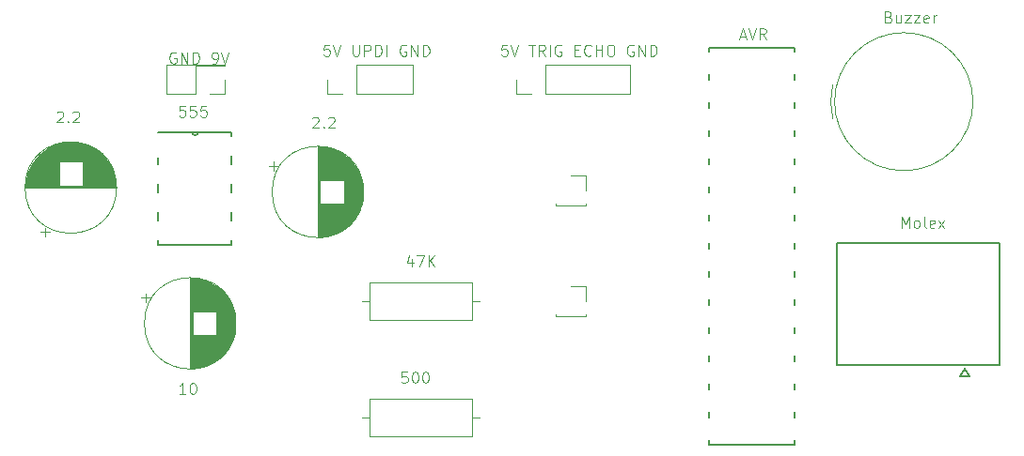
<source format=gbr>
%TF.GenerationSoftware,KiCad,Pcbnew,8.0.8*%
%TF.CreationDate,2025-02-26T21:24:02-07:00*%
%TF.ProjectId,Metal Detector,4d657461-6c20-4446-9574-6563746f722e,rev?*%
%TF.SameCoordinates,Original*%
%TF.FileFunction,Legend,Top*%
%TF.FilePolarity,Positive*%
%FSLAX46Y46*%
G04 Gerber Fmt 4.6, Leading zero omitted, Abs format (unit mm)*
G04 Created by KiCad (PCBNEW 8.0.8) date 2025-02-26 21:24:02*
%MOMM*%
%LPD*%
G01*
G04 APERTURE LIST*
%ADD10C,0.100000*%
%ADD11C,0.152400*%
%ADD12C,0.120000*%
%ADD13C,0.127000*%
G04 APERTURE END LIST*
D10*
X67780074Y-30872419D02*
X67303884Y-30872419D01*
X67303884Y-30872419D02*
X67256265Y-31348609D01*
X67256265Y-31348609D02*
X67303884Y-31300990D01*
X67303884Y-31300990D02*
X67399122Y-31253371D01*
X67399122Y-31253371D02*
X67637217Y-31253371D01*
X67637217Y-31253371D02*
X67732455Y-31300990D01*
X67732455Y-31300990D02*
X67780074Y-31348609D01*
X67780074Y-31348609D02*
X67827693Y-31443847D01*
X67827693Y-31443847D02*
X67827693Y-31681942D01*
X67827693Y-31681942D02*
X67780074Y-31777180D01*
X67780074Y-31777180D02*
X67732455Y-31824800D01*
X67732455Y-31824800D02*
X67637217Y-31872419D01*
X67637217Y-31872419D02*
X67399122Y-31872419D01*
X67399122Y-31872419D02*
X67303884Y-31824800D01*
X67303884Y-31824800D02*
X67256265Y-31777180D01*
X68732455Y-30872419D02*
X68256265Y-30872419D01*
X68256265Y-30872419D02*
X68208646Y-31348609D01*
X68208646Y-31348609D02*
X68256265Y-31300990D01*
X68256265Y-31300990D02*
X68351503Y-31253371D01*
X68351503Y-31253371D02*
X68589598Y-31253371D01*
X68589598Y-31253371D02*
X68684836Y-31300990D01*
X68684836Y-31300990D02*
X68732455Y-31348609D01*
X68732455Y-31348609D02*
X68780074Y-31443847D01*
X68780074Y-31443847D02*
X68780074Y-31681942D01*
X68780074Y-31681942D02*
X68732455Y-31777180D01*
X68732455Y-31777180D02*
X68684836Y-31824800D01*
X68684836Y-31824800D02*
X68589598Y-31872419D01*
X68589598Y-31872419D02*
X68351503Y-31872419D01*
X68351503Y-31872419D02*
X68256265Y-31824800D01*
X68256265Y-31824800D02*
X68208646Y-31777180D01*
X69684836Y-30872419D02*
X69208646Y-30872419D01*
X69208646Y-30872419D02*
X69161027Y-31348609D01*
X69161027Y-31348609D02*
X69208646Y-31300990D01*
X69208646Y-31300990D02*
X69303884Y-31253371D01*
X69303884Y-31253371D02*
X69541979Y-31253371D01*
X69541979Y-31253371D02*
X69637217Y-31300990D01*
X69637217Y-31300990D02*
X69684836Y-31348609D01*
X69684836Y-31348609D02*
X69732455Y-31443847D01*
X69732455Y-31443847D02*
X69732455Y-31681942D01*
X69732455Y-31681942D02*
X69684836Y-31777180D01*
X69684836Y-31777180D02*
X69637217Y-31824800D01*
X69637217Y-31824800D02*
X69541979Y-31872419D01*
X69541979Y-31872419D02*
X69303884Y-31872419D01*
X69303884Y-31872419D02*
X69208646Y-31824800D01*
X69208646Y-31824800D02*
X69161027Y-31777180D01*
X67827693Y-56872419D02*
X67256265Y-56872419D01*
X67541979Y-56872419D02*
X67541979Y-55872419D01*
X67541979Y-55872419D02*
X67446741Y-56015276D01*
X67446741Y-56015276D02*
X67351503Y-56110514D01*
X67351503Y-56110514D02*
X67256265Y-56158133D01*
X68446741Y-55872419D02*
X68541979Y-55872419D01*
X68541979Y-55872419D02*
X68637217Y-55920038D01*
X68637217Y-55920038D02*
X68684836Y-55967657D01*
X68684836Y-55967657D02*
X68732455Y-56062895D01*
X68732455Y-56062895D02*
X68780074Y-56253371D01*
X68780074Y-56253371D02*
X68780074Y-56491466D01*
X68780074Y-56491466D02*
X68732455Y-56681942D01*
X68732455Y-56681942D02*
X68684836Y-56777180D01*
X68684836Y-56777180D02*
X68637217Y-56824800D01*
X68637217Y-56824800D02*
X68541979Y-56872419D01*
X68541979Y-56872419D02*
X68446741Y-56872419D01*
X68446741Y-56872419D02*
X68351503Y-56824800D01*
X68351503Y-56824800D02*
X68303884Y-56777180D01*
X68303884Y-56777180D02*
X68256265Y-56681942D01*
X68256265Y-56681942D02*
X68208646Y-56491466D01*
X68208646Y-56491466D02*
X68208646Y-56253371D01*
X68208646Y-56253371D02*
X68256265Y-56062895D01*
X68256265Y-56062895D02*
X68303884Y-55967657D01*
X68303884Y-55967657D02*
X68351503Y-55920038D01*
X68351503Y-55920038D02*
X68446741Y-55872419D01*
X79256265Y-31967657D02*
X79303884Y-31920038D01*
X79303884Y-31920038D02*
X79399122Y-31872419D01*
X79399122Y-31872419D02*
X79637217Y-31872419D01*
X79637217Y-31872419D02*
X79732455Y-31920038D01*
X79732455Y-31920038D02*
X79780074Y-31967657D01*
X79780074Y-31967657D02*
X79827693Y-32062895D01*
X79827693Y-32062895D02*
X79827693Y-32158133D01*
X79827693Y-32158133D02*
X79780074Y-32300990D01*
X79780074Y-32300990D02*
X79208646Y-32872419D01*
X79208646Y-32872419D02*
X79827693Y-32872419D01*
X80256265Y-32777180D02*
X80303884Y-32824800D01*
X80303884Y-32824800D02*
X80256265Y-32872419D01*
X80256265Y-32872419D02*
X80208646Y-32824800D01*
X80208646Y-32824800D02*
X80256265Y-32777180D01*
X80256265Y-32777180D02*
X80256265Y-32872419D01*
X80684836Y-31967657D02*
X80732455Y-31920038D01*
X80732455Y-31920038D02*
X80827693Y-31872419D01*
X80827693Y-31872419D02*
X81065788Y-31872419D01*
X81065788Y-31872419D02*
X81161026Y-31920038D01*
X81161026Y-31920038D02*
X81208645Y-31967657D01*
X81208645Y-31967657D02*
X81256264Y-32062895D01*
X81256264Y-32062895D02*
X81256264Y-32158133D01*
X81256264Y-32158133D02*
X81208645Y-32300990D01*
X81208645Y-32300990D02*
X80637217Y-32872419D01*
X80637217Y-32872419D02*
X81256264Y-32872419D01*
X56256265Y-31467657D02*
X56303884Y-31420038D01*
X56303884Y-31420038D02*
X56399122Y-31372419D01*
X56399122Y-31372419D02*
X56637217Y-31372419D01*
X56637217Y-31372419D02*
X56732455Y-31420038D01*
X56732455Y-31420038D02*
X56780074Y-31467657D01*
X56780074Y-31467657D02*
X56827693Y-31562895D01*
X56827693Y-31562895D02*
X56827693Y-31658133D01*
X56827693Y-31658133D02*
X56780074Y-31800990D01*
X56780074Y-31800990D02*
X56208646Y-32372419D01*
X56208646Y-32372419D02*
X56827693Y-32372419D01*
X57256265Y-32277180D02*
X57303884Y-32324800D01*
X57303884Y-32324800D02*
X57256265Y-32372419D01*
X57256265Y-32372419D02*
X57208646Y-32324800D01*
X57208646Y-32324800D02*
X57256265Y-32277180D01*
X57256265Y-32277180D02*
X57256265Y-32372419D01*
X57684836Y-31467657D02*
X57732455Y-31420038D01*
X57732455Y-31420038D02*
X57827693Y-31372419D01*
X57827693Y-31372419D02*
X58065788Y-31372419D01*
X58065788Y-31372419D02*
X58161026Y-31420038D01*
X58161026Y-31420038D02*
X58208645Y-31467657D01*
X58208645Y-31467657D02*
X58256264Y-31562895D01*
X58256264Y-31562895D02*
X58256264Y-31658133D01*
X58256264Y-31658133D02*
X58208645Y-31800990D01*
X58208645Y-31800990D02*
X57637217Y-32372419D01*
X57637217Y-32372419D02*
X58256264Y-32372419D01*
X87780074Y-54872419D02*
X87303884Y-54872419D01*
X87303884Y-54872419D02*
X87256265Y-55348609D01*
X87256265Y-55348609D02*
X87303884Y-55300990D01*
X87303884Y-55300990D02*
X87399122Y-55253371D01*
X87399122Y-55253371D02*
X87637217Y-55253371D01*
X87637217Y-55253371D02*
X87732455Y-55300990D01*
X87732455Y-55300990D02*
X87780074Y-55348609D01*
X87780074Y-55348609D02*
X87827693Y-55443847D01*
X87827693Y-55443847D02*
X87827693Y-55681942D01*
X87827693Y-55681942D02*
X87780074Y-55777180D01*
X87780074Y-55777180D02*
X87732455Y-55824800D01*
X87732455Y-55824800D02*
X87637217Y-55872419D01*
X87637217Y-55872419D02*
X87399122Y-55872419D01*
X87399122Y-55872419D02*
X87303884Y-55824800D01*
X87303884Y-55824800D02*
X87256265Y-55777180D01*
X88446741Y-54872419D02*
X88541979Y-54872419D01*
X88541979Y-54872419D02*
X88637217Y-54920038D01*
X88637217Y-54920038D02*
X88684836Y-54967657D01*
X88684836Y-54967657D02*
X88732455Y-55062895D01*
X88732455Y-55062895D02*
X88780074Y-55253371D01*
X88780074Y-55253371D02*
X88780074Y-55491466D01*
X88780074Y-55491466D02*
X88732455Y-55681942D01*
X88732455Y-55681942D02*
X88684836Y-55777180D01*
X88684836Y-55777180D02*
X88637217Y-55824800D01*
X88637217Y-55824800D02*
X88541979Y-55872419D01*
X88541979Y-55872419D02*
X88446741Y-55872419D01*
X88446741Y-55872419D02*
X88351503Y-55824800D01*
X88351503Y-55824800D02*
X88303884Y-55777180D01*
X88303884Y-55777180D02*
X88256265Y-55681942D01*
X88256265Y-55681942D02*
X88208646Y-55491466D01*
X88208646Y-55491466D02*
X88208646Y-55253371D01*
X88208646Y-55253371D02*
X88256265Y-55062895D01*
X88256265Y-55062895D02*
X88303884Y-54967657D01*
X88303884Y-54967657D02*
X88351503Y-54920038D01*
X88351503Y-54920038D02*
X88446741Y-54872419D01*
X89399122Y-54872419D02*
X89494360Y-54872419D01*
X89494360Y-54872419D02*
X89589598Y-54920038D01*
X89589598Y-54920038D02*
X89637217Y-54967657D01*
X89637217Y-54967657D02*
X89684836Y-55062895D01*
X89684836Y-55062895D02*
X89732455Y-55253371D01*
X89732455Y-55253371D02*
X89732455Y-55491466D01*
X89732455Y-55491466D02*
X89684836Y-55681942D01*
X89684836Y-55681942D02*
X89637217Y-55777180D01*
X89637217Y-55777180D02*
X89589598Y-55824800D01*
X89589598Y-55824800D02*
X89494360Y-55872419D01*
X89494360Y-55872419D02*
X89399122Y-55872419D01*
X89399122Y-55872419D02*
X89303884Y-55824800D01*
X89303884Y-55824800D02*
X89256265Y-55777180D01*
X89256265Y-55777180D02*
X89208646Y-55681942D01*
X89208646Y-55681942D02*
X89161027Y-55491466D01*
X89161027Y-55491466D02*
X89161027Y-55253371D01*
X89161027Y-55253371D02*
X89208646Y-55062895D01*
X89208646Y-55062895D02*
X89256265Y-54967657D01*
X89256265Y-54967657D02*
X89303884Y-54920038D01*
X89303884Y-54920038D02*
X89399122Y-54872419D01*
X88232455Y-44705752D02*
X88232455Y-45372419D01*
X87994360Y-44324800D02*
X87756265Y-45039085D01*
X87756265Y-45039085D02*
X88375312Y-45039085D01*
X88661027Y-44372419D02*
X89327693Y-44372419D01*
X89327693Y-44372419D02*
X88899122Y-45372419D01*
X89708646Y-45372419D02*
X89708646Y-44372419D01*
X90280074Y-45372419D02*
X89851503Y-44800990D01*
X90280074Y-44372419D02*
X89708646Y-44943847D01*
X80780074Y-25372419D02*
X80303884Y-25372419D01*
X80303884Y-25372419D02*
X80256265Y-25848609D01*
X80256265Y-25848609D02*
X80303884Y-25800990D01*
X80303884Y-25800990D02*
X80399122Y-25753371D01*
X80399122Y-25753371D02*
X80637217Y-25753371D01*
X80637217Y-25753371D02*
X80732455Y-25800990D01*
X80732455Y-25800990D02*
X80780074Y-25848609D01*
X80780074Y-25848609D02*
X80827693Y-25943847D01*
X80827693Y-25943847D02*
X80827693Y-26181942D01*
X80827693Y-26181942D02*
X80780074Y-26277180D01*
X80780074Y-26277180D02*
X80732455Y-26324800D01*
X80732455Y-26324800D02*
X80637217Y-26372419D01*
X80637217Y-26372419D02*
X80399122Y-26372419D01*
X80399122Y-26372419D02*
X80303884Y-26324800D01*
X80303884Y-26324800D02*
X80256265Y-26277180D01*
X81113408Y-25372419D02*
X81446741Y-26372419D01*
X81446741Y-26372419D02*
X81780074Y-25372419D01*
X82875313Y-25372419D02*
X82875313Y-26181942D01*
X82875313Y-26181942D02*
X82922932Y-26277180D01*
X82922932Y-26277180D02*
X82970551Y-26324800D01*
X82970551Y-26324800D02*
X83065789Y-26372419D01*
X83065789Y-26372419D02*
X83256265Y-26372419D01*
X83256265Y-26372419D02*
X83351503Y-26324800D01*
X83351503Y-26324800D02*
X83399122Y-26277180D01*
X83399122Y-26277180D02*
X83446741Y-26181942D01*
X83446741Y-26181942D02*
X83446741Y-25372419D01*
X83922932Y-26372419D02*
X83922932Y-25372419D01*
X83922932Y-25372419D02*
X84303884Y-25372419D01*
X84303884Y-25372419D02*
X84399122Y-25420038D01*
X84399122Y-25420038D02*
X84446741Y-25467657D01*
X84446741Y-25467657D02*
X84494360Y-25562895D01*
X84494360Y-25562895D02*
X84494360Y-25705752D01*
X84494360Y-25705752D02*
X84446741Y-25800990D01*
X84446741Y-25800990D02*
X84399122Y-25848609D01*
X84399122Y-25848609D02*
X84303884Y-25896228D01*
X84303884Y-25896228D02*
X83922932Y-25896228D01*
X84922932Y-26372419D02*
X84922932Y-25372419D01*
X84922932Y-25372419D02*
X85161027Y-25372419D01*
X85161027Y-25372419D02*
X85303884Y-25420038D01*
X85303884Y-25420038D02*
X85399122Y-25515276D01*
X85399122Y-25515276D02*
X85446741Y-25610514D01*
X85446741Y-25610514D02*
X85494360Y-25800990D01*
X85494360Y-25800990D02*
X85494360Y-25943847D01*
X85494360Y-25943847D02*
X85446741Y-26134323D01*
X85446741Y-26134323D02*
X85399122Y-26229561D01*
X85399122Y-26229561D02*
X85303884Y-26324800D01*
X85303884Y-26324800D02*
X85161027Y-26372419D01*
X85161027Y-26372419D02*
X84922932Y-26372419D01*
X85922932Y-26372419D02*
X85922932Y-25372419D01*
X87684836Y-25420038D02*
X87589598Y-25372419D01*
X87589598Y-25372419D02*
X87446741Y-25372419D01*
X87446741Y-25372419D02*
X87303884Y-25420038D01*
X87303884Y-25420038D02*
X87208646Y-25515276D01*
X87208646Y-25515276D02*
X87161027Y-25610514D01*
X87161027Y-25610514D02*
X87113408Y-25800990D01*
X87113408Y-25800990D02*
X87113408Y-25943847D01*
X87113408Y-25943847D02*
X87161027Y-26134323D01*
X87161027Y-26134323D02*
X87208646Y-26229561D01*
X87208646Y-26229561D02*
X87303884Y-26324800D01*
X87303884Y-26324800D02*
X87446741Y-26372419D01*
X87446741Y-26372419D02*
X87541979Y-26372419D01*
X87541979Y-26372419D02*
X87684836Y-26324800D01*
X87684836Y-26324800D02*
X87732455Y-26277180D01*
X87732455Y-26277180D02*
X87732455Y-25943847D01*
X87732455Y-25943847D02*
X87541979Y-25943847D01*
X88161027Y-26372419D02*
X88161027Y-25372419D01*
X88161027Y-25372419D02*
X88732455Y-26372419D01*
X88732455Y-26372419D02*
X88732455Y-25372419D01*
X89208646Y-26372419D02*
X89208646Y-25372419D01*
X89208646Y-25372419D02*
X89446741Y-25372419D01*
X89446741Y-25372419D02*
X89589598Y-25420038D01*
X89589598Y-25420038D02*
X89684836Y-25515276D01*
X89684836Y-25515276D02*
X89732455Y-25610514D01*
X89732455Y-25610514D02*
X89780074Y-25800990D01*
X89780074Y-25800990D02*
X89780074Y-25943847D01*
X89780074Y-25943847D02*
X89732455Y-26134323D01*
X89732455Y-26134323D02*
X89684836Y-26229561D01*
X89684836Y-26229561D02*
X89589598Y-26324800D01*
X89589598Y-26324800D02*
X89446741Y-26372419D01*
X89446741Y-26372419D02*
X89208646Y-26372419D01*
X132303884Y-41872419D02*
X132303884Y-40872419D01*
X132303884Y-40872419D02*
X132637217Y-41586704D01*
X132637217Y-41586704D02*
X132970550Y-40872419D01*
X132970550Y-40872419D02*
X132970550Y-41872419D01*
X133589598Y-41872419D02*
X133494360Y-41824800D01*
X133494360Y-41824800D02*
X133446741Y-41777180D01*
X133446741Y-41777180D02*
X133399122Y-41681942D01*
X133399122Y-41681942D02*
X133399122Y-41396228D01*
X133399122Y-41396228D02*
X133446741Y-41300990D01*
X133446741Y-41300990D02*
X133494360Y-41253371D01*
X133494360Y-41253371D02*
X133589598Y-41205752D01*
X133589598Y-41205752D02*
X133732455Y-41205752D01*
X133732455Y-41205752D02*
X133827693Y-41253371D01*
X133827693Y-41253371D02*
X133875312Y-41300990D01*
X133875312Y-41300990D02*
X133922931Y-41396228D01*
X133922931Y-41396228D02*
X133922931Y-41681942D01*
X133922931Y-41681942D02*
X133875312Y-41777180D01*
X133875312Y-41777180D02*
X133827693Y-41824800D01*
X133827693Y-41824800D02*
X133732455Y-41872419D01*
X133732455Y-41872419D02*
X133589598Y-41872419D01*
X134494360Y-41872419D02*
X134399122Y-41824800D01*
X134399122Y-41824800D02*
X134351503Y-41729561D01*
X134351503Y-41729561D02*
X134351503Y-40872419D01*
X135256265Y-41824800D02*
X135161027Y-41872419D01*
X135161027Y-41872419D02*
X134970551Y-41872419D01*
X134970551Y-41872419D02*
X134875313Y-41824800D01*
X134875313Y-41824800D02*
X134827694Y-41729561D01*
X134827694Y-41729561D02*
X134827694Y-41348609D01*
X134827694Y-41348609D02*
X134875313Y-41253371D01*
X134875313Y-41253371D02*
X134970551Y-41205752D01*
X134970551Y-41205752D02*
X135161027Y-41205752D01*
X135161027Y-41205752D02*
X135256265Y-41253371D01*
X135256265Y-41253371D02*
X135303884Y-41348609D01*
X135303884Y-41348609D02*
X135303884Y-41443847D01*
X135303884Y-41443847D02*
X134827694Y-41539085D01*
X135637218Y-41872419D02*
X136161027Y-41205752D01*
X135637218Y-41205752D02*
X136161027Y-41872419D01*
X131137217Y-22848609D02*
X131280074Y-22896228D01*
X131280074Y-22896228D02*
X131327693Y-22943847D01*
X131327693Y-22943847D02*
X131375312Y-23039085D01*
X131375312Y-23039085D02*
X131375312Y-23181942D01*
X131375312Y-23181942D02*
X131327693Y-23277180D01*
X131327693Y-23277180D02*
X131280074Y-23324800D01*
X131280074Y-23324800D02*
X131184836Y-23372419D01*
X131184836Y-23372419D02*
X130803884Y-23372419D01*
X130803884Y-23372419D02*
X130803884Y-22372419D01*
X130803884Y-22372419D02*
X131137217Y-22372419D01*
X131137217Y-22372419D02*
X131232455Y-22420038D01*
X131232455Y-22420038D02*
X131280074Y-22467657D01*
X131280074Y-22467657D02*
X131327693Y-22562895D01*
X131327693Y-22562895D02*
X131327693Y-22658133D01*
X131327693Y-22658133D02*
X131280074Y-22753371D01*
X131280074Y-22753371D02*
X131232455Y-22800990D01*
X131232455Y-22800990D02*
X131137217Y-22848609D01*
X131137217Y-22848609D02*
X130803884Y-22848609D01*
X132232455Y-22705752D02*
X132232455Y-23372419D01*
X131803884Y-22705752D02*
X131803884Y-23229561D01*
X131803884Y-23229561D02*
X131851503Y-23324800D01*
X131851503Y-23324800D02*
X131946741Y-23372419D01*
X131946741Y-23372419D02*
X132089598Y-23372419D01*
X132089598Y-23372419D02*
X132184836Y-23324800D01*
X132184836Y-23324800D02*
X132232455Y-23277180D01*
X132613408Y-22705752D02*
X133137217Y-22705752D01*
X133137217Y-22705752D02*
X132613408Y-23372419D01*
X132613408Y-23372419D02*
X133137217Y-23372419D01*
X133422932Y-22705752D02*
X133946741Y-22705752D01*
X133946741Y-22705752D02*
X133422932Y-23372419D01*
X133422932Y-23372419D02*
X133946741Y-23372419D01*
X134708646Y-23324800D02*
X134613408Y-23372419D01*
X134613408Y-23372419D02*
X134422932Y-23372419D01*
X134422932Y-23372419D02*
X134327694Y-23324800D01*
X134327694Y-23324800D02*
X134280075Y-23229561D01*
X134280075Y-23229561D02*
X134280075Y-22848609D01*
X134280075Y-22848609D02*
X134327694Y-22753371D01*
X134327694Y-22753371D02*
X134422932Y-22705752D01*
X134422932Y-22705752D02*
X134613408Y-22705752D01*
X134613408Y-22705752D02*
X134708646Y-22753371D01*
X134708646Y-22753371D02*
X134756265Y-22848609D01*
X134756265Y-22848609D02*
X134756265Y-22943847D01*
X134756265Y-22943847D02*
X134280075Y-23039085D01*
X135184837Y-23372419D02*
X135184837Y-22705752D01*
X135184837Y-22896228D02*
X135232456Y-22800990D01*
X135232456Y-22800990D02*
X135280075Y-22753371D01*
X135280075Y-22753371D02*
X135375313Y-22705752D01*
X135375313Y-22705752D02*
X135470551Y-22705752D01*
X117756265Y-24586704D02*
X118232455Y-24586704D01*
X117661027Y-24872419D02*
X117994360Y-23872419D01*
X117994360Y-23872419D02*
X118327693Y-24872419D01*
X118518170Y-23872419D02*
X118851503Y-24872419D01*
X118851503Y-24872419D02*
X119184836Y-23872419D01*
X120089598Y-24872419D02*
X119756265Y-24396228D01*
X119518170Y-24872419D02*
X119518170Y-23872419D01*
X119518170Y-23872419D02*
X119899122Y-23872419D01*
X119899122Y-23872419D02*
X119994360Y-23920038D01*
X119994360Y-23920038D02*
X120041979Y-23967657D01*
X120041979Y-23967657D02*
X120089598Y-24062895D01*
X120089598Y-24062895D02*
X120089598Y-24205752D01*
X120089598Y-24205752D02*
X120041979Y-24300990D01*
X120041979Y-24300990D02*
X119994360Y-24348609D01*
X119994360Y-24348609D02*
X119899122Y-24396228D01*
X119899122Y-24396228D02*
X119518170Y-24396228D01*
X96780074Y-25372419D02*
X96303884Y-25372419D01*
X96303884Y-25372419D02*
X96256265Y-25848609D01*
X96256265Y-25848609D02*
X96303884Y-25800990D01*
X96303884Y-25800990D02*
X96399122Y-25753371D01*
X96399122Y-25753371D02*
X96637217Y-25753371D01*
X96637217Y-25753371D02*
X96732455Y-25800990D01*
X96732455Y-25800990D02*
X96780074Y-25848609D01*
X96780074Y-25848609D02*
X96827693Y-25943847D01*
X96827693Y-25943847D02*
X96827693Y-26181942D01*
X96827693Y-26181942D02*
X96780074Y-26277180D01*
X96780074Y-26277180D02*
X96732455Y-26324800D01*
X96732455Y-26324800D02*
X96637217Y-26372419D01*
X96637217Y-26372419D02*
X96399122Y-26372419D01*
X96399122Y-26372419D02*
X96303884Y-26324800D01*
X96303884Y-26324800D02*
X96256265Y-26277180D01*
X97113408Y-25372419D02*
X97446741Y-26372419D01*
X97446741Y-26372419D02*
X97780074Y-25372419D01*
X98732456Y-25372419D02*
X99303884Y-25372419D01*
X99018170Y-26372419D02*
X99018170Y-25372419D01*
X100208646Y-26372419D02*
X99875313Y-25896228D01*
X99637218Y-26372419D02*
X99637218Y-25372419D01*
X99637218Y-25372419D02*
X100018170Y-25372419D01*
X100018170Y-25372419D02*
X100113408Y-25420038D01*
X100113408Y-25420038D02*
X100161027Y-25467657D01*
X100161027Y-25467657D02*
X100208646Y-25562895D01*
X100208646Y-25562895D02*
X100208646Y-25705752D01*
X100208646Y-25705752D02*
X100161027Y-25800990D01*
X100161027Y-25800990D02*
X100113408Y-25848609D01*
X100113408Y-25848609D02*
X100018170Y-25896228D01*
X100018170Y-25896228D02*
X99637218Y-25896228D01*
X100637218Y-26372419D02*
X100637218Y-25372419D01*
X101637217Y-25420038D02*
X101541979Y-25372419D01*
X101541979Y-25372419D02*
X101399122Y-25372419D01*
X101399122Y-25372419D02*
X101256265Y-25420038D01*
X101256265Y-25420038D02*
X101161027Y-25515276D01*
X101161027Y-25515276D02*
X101113408Y-25610514D01*
X101113408Y-25610514D02*
X101065789Y-25800990D01*
X101065789Y-25800990D02*
X101065789Y-25943847D01*
X101065789Y-25943847D02*
X101113408Y-26134323D01*
X101113408Y-26134323D02*
X101161027Y-26229561D01*
X101161027Y-26229561D02*
X101256265Y-26324800D01*
X101256265Y-26324800D02*
X101399122Y-26372419D01*
X101399122Y-26372419D02*
X101494360Y-26372419D01*
X101494360Y-26372419D02*
X101637217Y-26324800D01*
X101637217Y-26324800D02*
X101684836Y-26277180D01*
X101684836Y-26277180D02*
X101684836Y-25943847D01*
X101684836Y-25943847D02*
X101494360Y-25943847D01*
X102875313Y-25848609D02*
X103208646Y-25848609D01*
X103351503Y-26372419D02*
X102875313Y-26372419D01*
X102875313Y-26372419D02*
X102875313Y-25372419D01*
X102875313Y-25372419D02*
X103351503Y-25372419D01*
X104351503Y-26277180D02*
X104303884Y-26324800D01*
X104303884Y-26324800D02*
X104161027Y-26372419D01*
X104161027Y-26372419D02*
X104065789Y-26372419D01*
X104065789Y-26372419D02*
X103922932Y-26324800D01*
X103922932Y-26324800D02*
X103827694Y-26229561D01*
X103827694Y-26229561D02*
X103780075Y-26134323D01*
X103780075Y-26134323D02*
X103732456Y-25943847D01*
X103732456Y-25943847D02*
X103732456Y-25800990D01*
X103732456Y-25800990D02*
X103780075Y-25610514D01*
X103780075Y-25610514D02*
X103827694Y-25515276D01*
X103827694Y-25515276D02*
X103922932Y-25420038D01*
X103922932Y-25420038D02*
X104065789Y-25372419D01*
X104065789Y-25372419D02*
X104161027Y-25372419D01*
X104161027Y-25372419D02*
X104303884Y-25420038D01*
X104303884Y-25420038D02*
X104351503Y-25467657D01*
X104780075Y-26372419D02*
X104780075Y-25372419D01*
X104780075Y-25848609D02*
X105351503Y-25848609D01*
X105351503Y-26372419D02*
X105351503Y-25372419D01*
X106018170Y-25372419D02*
X106208646Y-25372419D01*
X106208646Y-25372419D02*
X106303884Y-25420038D01*
X106303884Y-25420038D02*
X106399122Y-25515276D01*
X106399122Y-25515276D02*
X106446741Y-25705752D01*
X106446741Y-25705752D02*
X106446741Y-26039085D01*
X106446741Y-26039085D02*
X106399122Y-26229561D01*
X106399122Y-26229561D02*
X106303884Y-26324800D01*
X106303884Y-26324800D02*
X106208646Y-26372419D01*
X106208646Y-26372419D02*
X106018170Y-26372419D01*
X106018170Y-26372419D02*
X105922932Y-26324800D01*
X105922932Y-26324800D02*
X105827694Y-26229561D01*
X105827694Y-26229561D02*
X105780075Y-26039085D01*
X105780075Y-26039085D02*
X105780075Y-25705752D01*
X105780075Y-25705752D02*
X105827694Y-25515276D01*
X105827694Y-25515276D02*
X105922932Y-25420038D01*
X105922932Y-25420038D02*
X106018170Y-25372419D01*
X108161027Y-25420038D02*
X108065789Y-25372419D01*
X108065789Y-25372419D02*
X107922932Y-25372419D01*
X107922932Y-25372419D02*
X107780075Y-25420038D01*
X107780075Y-25420038D02*
X107684837Y-25515276D01*
X107684837Y-25515276D02*
X107637218Y-25610514D01*
X107637218Y-25610514D02*
X107589599Y-25800990D01*
X107589599Y-25800990D02*
X107589599Y-25943847D01*
X107589599Y-25943847D02*
X107637218Y-26134323D01*
X107637218Y-26134323D02*
X107684837Y-26229561D01*
X107684837Y-26229561D02*
X107780075Y-26324800D01*
X107780075Y-26324800D02*
X107922932Y-26372419D01*
X107922932Y-26372419D02*
X108018170Y-26372419D01*
X108018170Y-26372419D02*
X108161027Y-26324800D01*
X108161027Y-26324800D02*
X108208646Y-26277180D01*
X108208646Y-26277180D02*
X108208646Y-25943847D01*
X108208646Y-25943847D02*
X108018170Y-25943847D01*
X108637218Y-26372419D02*
X108637218Y-25372419D01*
X108637218Y-25372419D02*
X109208646Y-26372419D01*
X109208646Y-26372419D02*
X109208646Y-25372419D01*
X109684837Y-26372419D02*
X109684837Y-25372419D01*
X109684837Y-25372419D02*
X109922932Y-25372419D01*
X109922932Y-25372419D02*
X110065789Y-25420038D01*
X110065789Y-25420038D02*
X110161027Y-25515276D01*
X110161027Y-25515276D02*
X110208646Y-25610514D01*
X110208646Y-25610514D02*
X110256265Y-25800990D01*
X110256265Y-25800990D02*
X110256265Y-25943847D01*
X110256265Y-25943847D02*
X110208646Y-26134323D01*
X110208646Y-26134323D02*
X110161027Y-26229561D01*
X110161027Y-26229561D02*
X110065789Y-26324800D01*
X110065789Y-26324800D02*
X109922932Y-26372419D01*
X109922932Y-26372419D02*
X109684837Y-26372419D01*
X66957693Y-26090038D02*
X66862455Y-26042419D01*
X66862455Y-26042419D02*
X66719598Y-26042419D01*
X66719598Y-26042419D02*
X66576741Y-26090038D01*
X66576741Y-26090038D02*
X66481503Y-26185276D01*
X66481503Y-26185276D02*
X66433884Y-26280514D01*
X66433884Y-26280514D02*
X66386265Y-26470990D01*
X66386265Y-26470990D02*
X66386265Y-26613847D01*
X66386265Y-26613847D02*
X66433884Y-26804323D01*
X66433884Y-26804323D02*
X66481503Y-26899561D01*
X66481503Y-26899561D02*
X66576741Y-26994800D01*
X66576741Y-26994800D02*
X66719598Y-27042419D01*
X66719598Y-27042419D02*
X66814836Y-27042419D01*
X66814836Y-27042419D02*
X66957693Y-26994800D01*
X66957693Y-26994800D02*
X67005312Y-26947180D01*
X67005312Y-26947180D02*
X67005312Y-26613847D01*
X67005312Y-26613847D02*
X66814836Y-26613847D01*
X67433884Y-27042419D02*
X67433884Y-26042419D01*
X67433884Y-26042419D02*
X68005312Y-27042419D01*
X68005312Y-27042419D02*
X68005312Y-26042419D01*
X68481503Y-27042419D02*
X68481503Y-26042419D01*
X68481503Y-26042419D02*
X68719598Y-26042419D01*
X68719598Y-26042419D02*
X68862455Y-26090038D01*
X68862455Y-26090038D02*
X68957693Y-26185276D01*
X68957693Y-26185276D02*
X69005312Y-26280514D01*
X69005312Y-26280514D02*
X69052931Y-26470990D01*
X69052931Y-26470990D02*
X69052931Y-26613847D01*
X69052931Y-26613847D02*
X69005312Y-26804323D01*
X69005312Y-26804323D02*
X68957693Y-26899561D01*
X68957693Y-26899561D02*
X68862455Y-26994800D01*
X68862455Y-26994800D02*
X68719598Y-27042419D01*
X68719598Y-27042419D02*
X68481503Y-27042419D01*
X70291027Y-27042419D02*
X70481503Y-27042419D01*
X70481503Y-27042419D02*
X70576741Y-26994800D01*
X70576741Y-26994800D02*
X70624360Y-26947180D01*
X70624360Y-26947180D02*
X70719598Y-26804323D01*
X70719598Y-26804323D02*
X70767217Y-26613847D01*
X70767217Y-26613847D02*
X70767217Y-26232895D01*
X70767217Y-26232895D02*
X70719598Y-26137657D01*
X70719598Y-26137657D02*
X70671979Y-26090038D01*
X70671979Y-26090038D02*
X70576741Y-26042419D01*
X70576741Y-26042419D02*
X70386265Y-26042419D01*
X70386265Y-26042419D02*
X70291027Y-26090038D01*
X70291027Y-26090038D02*
X70243408Y-26137657D01*
X70243408Y-26137657D02*
X70195789Y-26232895D01*
X70195789Y-26232895D02*
X70195789Y-26470990D01*
X70195789Y-26470990D02*
X70243408Y-26566228D01*
X70243408Y-26566228D02*
X70291027Y-26613847D01*
X70291027Y-26613847D02*
X70386265Y-26661466D01*
X70386265Y-26661466D02*
X70576741Y-26661466D01*
X70576741Y-26661466D02*
X70671979Y-26613847D01*
X70671979Y-26613847D02*
X70719598Y-26566228D01*
X70719598Y-26566228D02*
X70767217Y-26470990D01*
X71052932Y-26042419D02*
X71386265Y-27042419D01*
X71386265Y-27042419D02*
X71719598Y-26042419D01*
D11*
%TO.C,U1*%
X65388000Y-35518540D02*
X65388000Y-36157186D01*
X65388000Y-37922814D02*
X65388000Y-38697186D01*
X65388000Y-40462814D02*
X65388000Y-41237186D01*
X65388000Y-43002814D02*
X65388000Y-43390000D01*
X65388000Y-43390000D02*
X71992000Y-43390000D01*
X71992000Y-33230000D02*
X65388000Y-33230000D01*
X71992000Y-33617186D02*
X71992000Y-33230000D01*
X71992000Y-36157186D02*
X71992000Y-35382814D01*
X71992000Y-38697186D02*
X71992000Y-37922814D01*
X71992000Y-41237186D02*
X71992000Y-40462814D01*
X71992000Y-43390000D02*
X71992000Y-43002814D01*
X68994800Y-33230000D02*
G75*
G02*
X68385200Y-33230000I-304800J0D01*
G01*
D12*
%TO.C,J5*%
X101170000Y-49710000D02*
X101170000Y-49830000D01*
X101170000Y-49830000D02*
X103830000Y-49830000D01*
X102500000Y-47170000D02*
X103830000Y-47170000D01*
X103830000Y-47170000D02*
X103830000Y-48500000D01*
X103830000Y-49710000D02*
X103830000Y-49830000D01*
%TO.C,J4*%
X97590000Y-29830000D02*
X97590000Y-28500000D01*
X98920000Y-29830000D02*
X97590000Y-29830000D01*
X100190000Y-27170000D02*
X107870000Y-27170000D01*
X100190000Y-29830000D02*
X100190000Y-27170000D01*
X100190000Y-29830000D02*
X107870000Y-29830000D01*
X107870000Y-29830000D02*
X107870000Y-27170000D01*
%TO.C,R1*%
X83690000Y-48500000D02*
X84380000Y-48500000D01*
X84380000Y-46780000D02*
X84380000Y-50220000D01*
X84380000Y-50220000D02*
X93620000Y-50220000D01*
X93620000Y-46780000D02*
X84380000Y-46780000D01*
X93620000Y-50220000D02*
X93620000Y-46780000D01*
X94310000Y-48500000D02*
X93620000Y-48500000D01*
%TO.C,J1*%
X66130000Y-29830000D02*
X66130000Y-27170000D01*
X68730000Y-27230000D02*
X68730000Y-29830000D01*
X68730000Y-29830000D02*
X66130000Y-29830000D01*
X71330000Y-27170000D02*
X66130000Y-27170000D01*
X71330000Y-27230000D02*
X68730000Y-27230000D01*
X71330000Y-27230000D02*
X71330000Y-27170000D01*
X71330000Y-28500000D02*
X71330000Y-29830000D01*
X71330000Y-29830000D02*
X70000000Y-29830000D01*
%TO.C,J3*%
X101170000Y-39710000D02*
X101170000Y-39830000D01*
X101170000Y-39830000D02*
X103830000Y-39830000D01*
X102500000Y-37170000D02*
X103830000Y-37170000D01*
X103830000Y-37170000D02*
X103830000Y-38500000D01*
X103830000Y-39710000D02*
X103830000Y-39830000D01*
%TO.C,BZ1*%
X126100000Y-31999999D02*
G75*
G02*
X126100000Y-29000000I6400000J1499999D01*
G01*
X138730000Y-30500000D02*
G75*
G02*
X126270000Y-30500000I-6230000J0D01*
G01*
X126270000Y-30500000D02*
G75*
G02*
X138730000Y-30500000I6230000J0D01*
G01*
%TO.C,C1*%
X53420000Y-38170000D02*
X61580000Y-38170000D01*
X53420000Y-38210000D02*
X61580000Y-38210000D01*
X53420000Y-38250000D02*
X61580000Y-38250000D01*
X53421000Y-38130000D02*
X61579000Y-38130000D01*
X53423000Y-38090000D02*
X61577000Y-38090000D01*
X53424000Y-38050000D02*
X61576000Y-38050000D01*
X53426000Y-38010000D02*
X56460000Y-38010000D01*
X53429000Y-37970000D02*
X56460000Y-37970000D01*
X53432000Y-37930000D02*
X56460000Y-37930000D01*
X53435000Y-37890000D02*
X56460000Y-37890000D01*
X53439000Y-37850000D02*
X56460000Y-37850000D01*
X53443000Y-37810000D02*
X56460000Y-37810000D01*
X53448000Y-37770000D02*
X56460000Y-37770000D01*
X53452000Y-37730000D02*
X56460000Y-37730000D01*
X53458000Y-37690000D02*
X56460000Y-37690000D01*
X53463000Y-37650000D02*
X56460000Y-37650000D01*
X53470000Y-37610000D02*
X56460000Y-37610000D01*
X53476000Y-37570000D02*
X56460000Y-37570000D01*
X53483000Y-37529000D02*
X56460000Y-37529000D01*
X53490000Y-37489000D02*
X56460000Y-37489000D01*
X53498000Y-37449000D02*
X56460000Y-37449000D01*
X53506000Y-37409000D02*
X56460000Y-37409000D01*
X53515000Y-37369000D02*
X56460000Y-37369000D01*
X53524000Y-37329000D02*
X56460000Y-37329000D01*
X53533000Y-37289000D02*
X56460000Y-37289000D01*
X53543000Y-37249000D02*
X56460000Y-37249000D01*
X53553000Y-37209000D02*
X56460000Y-37209000D01*
X53564000Y-37169000D02*
X56460000Y-37169000D01*
X53575000Y-37129000D02*
X56460000Y-37129000D01*
X53586000Y-37089000D02*
X56460000Y-37089000D01*
X53598000Y-37049000D02*
X56460000Y-37049000D01*
X53611000Y-37009000D02*
X56460000Y-37009000D01*
X53623000Y-36969000D02*
X56460000Y-36969000D01*
X53637000Y-36929000D02*
X56460000Y-36929000D01*
X53650000Y-36889000D02*
X56460000Y-36889000D01*
X53665000Y-36849000D02*
X56460000Y-36849000D01*
X53679000Y-36809000D02*
X56460000Y-36809000D01*
X53695000Y-36769000D02*
X56460000Y-36769000D01*
X53710000Y-36729000D02*
X56460000Y-36729000D01*
X53726000Y-36689000D02*
X56460000Y-36689000D01*
X53743000Y-36649000D02*
X56460000Y-36649000D01*
X53760000Y-36609000D02*
X56460000Y-36609000D01*
X53778000Y-36569000D02*
X56460000Y-36569000D01*
X53796000Y-36529000D02*
X56460000Y-36529000D01*
X53814000Y-36489000D02*
X56460000Y-36489000D01*
X53834000Y-36449000D02*
X56460000Y-36449000D01*
X53853000Y-36409000D02*
X56460000Y-36409000D01*
X53873000Y-36369000D02*
X56460000Y-36369000D01*
X53894000Y-36329000D02*
X56460000Y-36329000D01*
X53916000Y-36289000D02*
X56460000Y-36289000D01*
X53938000Y-36249000D02*
X56460000Y-36249000D01*
X53960000Y-36209000D02*
X56460000Y-36209000D01*
X53983000Y-36169000D02*
X56460000Y-36169000D01*
X54007000Y-36129000D02*
X56460000Y-36129000D01*
X54031000Y-36089000D02*
X56460000Y-36089000D01*
X54056000Y-36049000D02*
X56460000Y-36049000D01*
X54082000Y-36009000D02*
X56460000Y-36009000D01*
X54108000Y-35969000D02*
X56460000Y-35969000D01*
X54135000Y-35929000D02*
X60865000Y-35929000D01*
X54162000Y-35889000D02*
X60838000Y-35889000D01*
X54191000Y-35849000D02*
X60809000Y-35849000D01*
X54220000Y-35809000D02*
X60780000Y-35809000D01*
X54250000Y-35769000D02*
X60750000Y-35769000D01*
X54280000Y-35729000D02*
X60720000Y-35729000D01*
X54311000Y-35689000D02*
X60689000Y-35689000D01*
X54344000Y-35649000D02*
X60656000Y-35649000D01*
X54376000Y-35609000D02*
X60624000Y-35609000D01*
X54410000Y-35569000D02*
X60590000Y-35569000D01*
X54445000Y-35529000D02*
X60555000Y-35529000D01*
X54481000Y-35489000D02*
X60519000Y-35489000D01*
X54517000Y-35449000D02*
X60483000Y-35449000D01*
X54555000Y-35409000D02*
X60445000Y-35409000D01*
X54593000Y-35369000D02*
X60407000Y-35369000D01*
X54633000Y-35329000D02*
X60367000Y-35329000D01*
X54674000Y-35289000D02*
X60326000Y-35289000D01*
X54716000Y-35249000D02*
X60284000Y-35249000D01*
X54759000Y-35209000D02*
X60241000Y-35209000D01*
X54785000Y-42259698D02*
X55585000Y-42259698D01*
X54803000Y-35169000D02*
X60197000Y-35169000D01*
X54849000Y-35129000D02*
X60151000Y-35129000D01*
X54896000Y-35089000D02*
X60104000Y-35089000D01*
X54944000Y-35049000D02*
X60056000Y-35049000D01*
X54995000Y-35009000D02*
X60005000Y-35009000D01*
X55046000Y-34969000D02*
X59954000Y-34969000D01*
X55100000Y-34929000D02*
X59900000Y-34929000D01*
X55155000Y-34889000D02*
X59845000Y-34889000D01*
X55185000Y-42659698D02*
X55185000Y-41859698D01*
X55213000Y-34849000D02*
X59787000Y-34849000D01*
X55272000Y-34809000D02*
X59728000Y-34809000D01*
X55334000Y-34769000D02*
X59666000Y-34769000D01*
X55398000Y-34729000D02*
X59602000Y-34729000D01*
X55466000Y-34689000D02*
X59534000Y-34689000D01*
X55536000Y-34649000D02*
X59464000Y-34649000D01*
X55610000Y-34609000D02*
X59390000Y-34609000D01*
X55687000Y-34569000D02*
X59313000Y-34569000D01*
X55769000Y-34529000D02*
X59231000Y-34529000D01*
X55855000Y-34489000D02*
X59145000Y-34489000D01*
X55948000Y-34449000D02*
X59052000Y-34449000D01*
X56047000Y-34409000D02*
X58953000Y-34409000D01*
X56154000Y-34369000D02*
X58846000Y-34369000D01*
X56271000Y-34329000D02*
X58729000Y-34329000D01*
X56402000Y-34289000D02*
X58598000Y-34289000D01*
X56552000Y-34249000D02*
X58448000Y-34249000D01*
X56732000Y-34209000D02*
X58268000Y-34209000D01*
X56967000Y-34169000D02*
X58033000Y-34169000D01*
X58540000Y-35969000D02*
X60892000Y-35969000D01*
X58540000Y-36009000D02*
X60918000Y-36009000D01*
X58540000Y-36049000D02*
X60944000Y-36049000D01*
X58540000Y-36089000D02*
X60969000Y-36089000D01*
X58540000Y-36129000D02*
X60993000Y-36129000D01*
X58540000Y-36169000D02*
X61017000Y-36169000D01*
X58540000Y-36209000D02*
X61040000Y-36209000D01*
X58540000Y-36249000D02*
X61062000Y-36249000D01*
X58540000Y-36289000D02*
X61084000Y-36289000D01*
X58540000Y-36329000D02*
X61106000Y-36329000D01*
X58540000Y-36369000D02*
X61127000Y-36369000D01*
X58540000Y-36409000D02*
X61147000Y-36409000D01*
X58540000Y-36449000D02*
X61166000Y-36449000D01*
X58540000Y-36489000D02*
X61186000Y-36489000D01*
X58540000Y-36529000D02*
X61204000Y-36529000D01*
X58540000Y-36569000D02*
X61222000Y-36569000D01*
X58540000Y-36609000D02*
X61240000Y-36609000D01*
X58540000Y-36649000D02*
X61257000Y-36649000D01*
X58540000Y-36689000D02*
X61274000Y-36689000D01*
X58540000Y-36729000D02*
X61290000Y-36729000D01*
X58540000Y-36769000D02*
X61305000Y-36769000D01*
X58540000Y-36809000D02*
X61321000Y-36809000D01*
X58540000Y-36849000D02*
X61335000Y-36849000D01*
X58540000Y-36889000D02*
X61350000Y-36889000D01*
X58540000Y-36929000D02*
X61363000Y-36929000D01*
X58540000Y-36969000D02*
X61377000Y-36969000D01*
X58540000Y-37009000D02*
X61389000Y-37009000D01*
X58540000Y-37049000D02*
X61402000Y-37049000D01*
X58540000Y-37089000D02*
X61414000Y-37089000D01*
X58540000Y-37129000D02*
X61425000Y-37129000D01*
X58540000Y-37169000D02*
X61436000Y-37169000D01*
X58540000Y-37209000D02*
X61447000Y-37209000D01*
X58540000Y-37249000D02*
X61457000Y-37249000D01*
X58540000Y-37289000D02*
X61467000Y-37289000D01*
X58540000Y-37329000D02*
X61476000Y-37329000D01*
X58540000Y-37369000D02*
X61485000Y-37369000D01*
X58540000Y-37409000D02*
X61494000Y-37409000D01*
X58540000Y-37449000D02*
X61502000Y-37449000D01*
X58540000Y-37489000D02*
X61510000Y-37489000D01*
X58540000Y-37529000D02*
X61517000Y-37529000D01*
X58540000Y-37570000D02*
X61524000Y-37570000D01*
X58540000Y-37610000D02*
X61530000Y-37610000D01*
X58540000Y-37650000D02*
X61537000Y-37650000D01*
X58540000Y-37690000D02*
X61542000Y-37690000D01*
X58540000Y-37730000D02*
X61548000Y-37730000D01*
X58540000Y-37770000D02*
X61552000Y-37770000D01*
X58540000Y-37810000D02*
X61557000Y-37810000D01*
X58540000Y-37850000D02*
X61561000Y-37850000D01*
X58540000Y-37890000D02*
X61565000Y-37890000D01*
X58540000Y-37930000D02*
X61568000Y-37930000D01*
X58540000Y-37970000D02*
X61571000Y-37970000D01*
X58540000Y-38010000D02*
X61574000Y-38010000D01*
X61620000Y-38250000D02*
G75*
G02*
X53380000Y-38250000I-4120000J0D01*
G01*
X53380000Y-38250000D02*
G75*
G02*
X61620000Y-38250000I4120000J0D01*
G01*
%TO.C,J9*%
X80590000Y-29830000D02*
X80590000Y-28500000D01*
X81920000Y-29830000D02*
X80590000Y-29830000D01*
X83190000Y-27170000D02*
X88330000Y-27170000D01*
X83190000Y-29830000D02*
X83190000Y-27170000D01*
X83190000Y-29830000D02*
X88330000Y-29830000D01*
X88330000Y-29830000D02*
X88330000Y-27170000D01*
D13*
%TO.C,J2*%
X126500000Y-43250000D02*
X141100000Y-43250000D01*
X126500000Y-54250000D02*
X126500000Y-43250000D01*
X137600000Y-55270000D02*
X138400000Y-55270000D01*
X138000000Y-54570000D02*
X137600000Y-55270000D01*
X138400000Y-55270000D02*
X138000000Y-54570000D01*
X141100000Y-43250000D02*
X141100000Y-54250000D01*
X141100000Y-54250000D02*
X126500000Y-54250000D01*
D12*
%TO.C,R2*%
X83690000Y-59000000D02*
X84380000Y-59000000D01*
X84380000Y-57280000D02*
X84380000Y-60720000D01*
X84380000Y-60720000D02*
X93620000Y-60720000D01*
X93620000Y-57280000D02*
X84380000Y-57280000D01*
X93620000Y-60720000D02*
X93620000Y-57280000D01*
X94310000Y-59000000D02*
X93620000Y-59000000D01*
%TO.C,C2*%
X75340302Y-36327500D02*
X76140302Y-36327500D01*
X75740302Y-35927500D02*
X75740302Y-36727500D01*
X79750000Y-34562500D02*
X79750000Y-42722500D01*
X79790000Y-34562500D02*
X79790000Y-42722500D01*
X79830000Y-34562500D02*
X79830000Y-42722500D01*
X79870000Y-34563500D02*
X79870000Y-42721500D01*
X79910000Y-34565500D02*
X79910000Y-42719500D01*
X79950000Y-34566500D02*
X79950000Y-42718500D01*
X79990000Y-34568500D02*
X79990000Y-37602500D01*
X79990000Y-39682500D02*
X79990000Y-42716500D01*
X80030000Y-34571500D02*
X80030000Y-37602500D01*
X80030000Y-39682500D02*
X80030000Y-42713500D01*
X80070000Y-34574500D02*
X80070000Y-37602500D01*
X80070000Y-39682500D02*
X80070000Y-42710500D01*
X80110000Y-34577500D02*
X80110000Y-37602500D01*
X80110000Y-39682500D02*
X80110000Y-42707500D01*
X80150000Y-34581500D02*
X80150000Y-37602500D01*
X80150000Y-39682500D02*
X80150000Y-42703500D01*
X80190000Y-34585500D02*
X80190000Y-37602500D01*
X80190000Y-39682500D02*
X80190000Y-42699500D01*
X80230000Y-34590500D02*
X80230000Y-37602500D01*
X80230000Y-39682500D02*
X80230000Y-42694500D01*
X80270000Y-34594500D02*
X80270000Y-37602500D01*
X80270000Y-39682500D02*
X80270000Y-42690500D01*
X80310000Y-34600500D02*
X80310000Y-37602500D01*
X80310000Y-39682500D02*
X80310000Y-42684500D01*
X80350000Y-34605500D02*
X80350000Y-37602500D01*
X80350000Y-39682500D02*
X80350000Y-42679500D01*
X80390000Y-34612500D02*
X80390000Y-37602500D01*
X80390000Y-39682500D02*
X80390000Y-42672500D01*
X80430000Y-34618500D02*
X80430000Y-37602500D01*
X80430000Y-39682500D02*
X80430000Y-42666500D01*
X80471000Y-34625500D02*
X80471000Y-37602500D01*
X80471000Y-39682500D02*
X80471000Y-42659500D01*
X80511000Y-34632500D02*
X80511000Y-37602500D01*
X80511000Y-39682500D02*
X80511000Y-42652500D01*
X80551000Y-34640500D02*
X80551000Y-37602500D01*
X80551000Y-39682500D02*
X80551000Y-42644500D01*
X80591000Y-34648500D02*
X80591000Y-37602500D01*
X80591000Y-39682500D02*
X80591000Y-42636500D01*
X80631000Y-34657500D02*
X80631000Y-37602500D01*
X80631000Y-39682500D02*
X80631000Y-42627500D01*
X80671000Y-34666500D02*
X80671000Y-37602500D01*
X80671000Y-39682500D02*
X80671000Y-42618500D01*
X80711000Y-34675500D02*
X80711000Y-37602500D01*
X80711000Y-39682500D02*
X80711000Y-42609500D01*
X80751000Y-34685500D02*
X80751000Y-37602500D01*
X80751000Y-39682500D02*
X80751000Y-42599500D01*
X80791000Y-34695500D02*
X80791000Y-37602500D01*
X80791000Y-39682500D02*
X80791000Y-42589500D01*
X80831000Y-34706500D02*
X80831000Y-37602500D01*
X80831000Y-39682500D02*
X80831000Y-42578500D01*
X80871000Y-34717500D02*
X80871000Y-37602500D01*
X80871000Y-39682500D02*
X80871000Y-42567500D01*
X80911000Y-34728500D02*
X80911000Y-37602500D01*
X80911000Y-39682500D02*
X80911000Y-42556500D01*
X80951000Y-34740500D02*
X80951000Y-37602500D01*
X80951000Y-39682500D02*
X80951000Y-42544500D01*
X80991000Y-34753500D02*
X80991000Y-37602500D01*
X80991000Y-39682500D02*
X80991000Y-42531500D01*
X81031000Y-34765500D02*
X81031000Y-37602500D01*
X81031000Y-39682500D02*
X81031000Y-42519500D01*
X81071000Y-34779500D02*
X81071000Y-37602500D01*
X81071000Y-39682500D02*
X81071000Y-42505500D01*
X81111000Y-34792500D02*
X81111000Y-37602500D01*
X81111000Y-39682500D02*
X81111000Y-42492500D01*
X81151000Y-34807500D02*
X81151000Y-37602500D01*
X81151000Y-39682500D02*
X81151000Y-42477500D01*
X81191000Y-34821500D02*
X81191000Y-37602500D01*
X81191000Y-39682500D02*
X81191000Y-42463500D01*
X81231000Y-34837500D02*
X81231000Y-37602500D01*
X81231000Y-39682500D02*
X81231000Y-42447500D01*
X81271000Y-34852500D02*
X81271000Y-37602500D01*
X81271000Y-39682500D02*
X81271000Y-42432500D01*
X81311000Y-34868500D02*
X81311000Y-37602500D01*
X81311000Y-39682500D02*
X81311000Y-42416500D01*
X81351000Y-34885500D02*
X81351000Y-37602500D01*
X81351000Y-39682500D02*
X81351000Y-42399500D01*
X81391000Y-34902500D02*
X81391000Y-37602500D01*
X81391000Y-39682500D02*
X81391000Y-42382500D01*
X81431000Y-34920500D02*
X81431000Y-37602500D01*
X81431000Y-39682500D02*
X81431000Y-42364500D01*
X81471000Y-34938500D02*
X81471000Y-37602500D01*
X81471000Y-39682500D02*
X81471000Y-42346500D01*
X81511000Y-34956500D02*
X81511000Y-37602500D01*
X81511000Y-39682500D02*
X81511000Y-42328500D01*
X81551000Y-34976500D02*
X81551000Y-37602500D01*
X81551000Y-39682500D02*
X81551000Y-42308500D01*
X81591000Y-34995500D02*
X81591000Y-37602500D01*
X81591000Y-39682500D02*
X81591000Y-42289500D01*
X81631000Y-35015500D02*
X81631000Y-37602500D01*
X81631000Y-39682500D02*
X81631000Y-42269500D01*
X81671000Y-35036500D02*
X81671000Y-37602500D01*
X81671000Y-39682500D02*
X81671000Y-42248500D01*
X81711000Y-35058500D02*
X81711000Y-37602500D01*
X81711000Y-39682500D02*
X81711000Y-42226500D01*
X81751000Y-35080500D02*
X81751000Y-37602500D01*
X81751000Y-39682500D02*
X81751000Y-42204500D01*
X81791000Y-35102500D02*
X81791000Y-37602500D01*
X81791000Y-39682500D02*
X81791000Y-42182500D01*
X81831000Y-35125500D02*
X81831000Y-37602500D01*
X81831000Y-39682500D02*
X81831000Y-42159500D01*
X81871000Y-35149500D02*
X81871000Y-37602500D01*
X81871000Y-39682500D02*
X81871000Y-42135500D01*
X81911000Y-35173500D02*
X81911000Y-37602500D01*
X81911000Y-39682500D02*
X81911000Y-42111500D01*
X81951000Y-35198500D02*
X81951000Y-37602500D01*
X81951000Y-39682500D02*
X81951000Y-42086500D01*
X81991000Y-35224500D02*
X81991000Y-37602500D01*
X81991000Y-39682500D02*
X81991000Y-42060500D01*
X82031000Y-35250500D02*
X82031000Y-37602500D01*
X82031000Y-39682500D02*
X82031000Y-42034500D01*
X82071000Y-35277500D02*
X82071000Y-42007500D01*
X82111000Y-35304500D02*
X82111000Y-41980500D01*
X82151000Y-35333500D02*
X82151000Y-41951500D01*
X82191000Y-35362500D02*
X82191000Y-41922500D01*
X82231000Y-35392500D02*
X82231000Y-41892500D01*
X82271000Y-35422500D02*
X82271000Y-41862500D01*
X82311000Y-35453500D02*
X82311000Y-41831500D01*
X82351000Y-35486500D02*
X82351000Y-41798500D01*
X82391000Y-35518500D02*
X82391000Y-41766500D01*
X82431000Y-35552500D02*
X82431000Y-41732500D01*
X82471000Y-35587500D02*
X82471000Y-41697500D01*
X82511000Y-35623500D02*
X82511000Y-41661500D01*
X82551000Y-35659500D02*
X82551000Y-41625500D01*
X82591000Y-35697500D02*
X82591000Y-41587500D01*
X82631000Y-35735500D02*
X82631000Y-41549500D01*
X82671000Y-35775500D02*
X82671000Y-41509500D01*
X82711000Y-35816500D02*
X82711000Y-41468500D01*
X82751000Y-35858500D02*
X82751000Y-41426500D01*
X82791000Y-35901500D02*
X82791000Y-41383500D01*
X82831000Y-35945500D02*
X82831000Y-41339500D01*
X82871000Y-35991500D02*
X82871000Y-41293500D01*
X82911000Y-36038500D02*
X82911000Y-41246500D01*
X82951000Y-36086500D02*
X82951000Y-41198500D01*
X82991000Y-36137500D02*
X82991000Y-41147500D01*
X83031000Y-36188500D02*
X83031000Y-41096500D01*
X83071000Y-36242500D02*
X83071000Y-41042500D01*
X83111000Y-36297500D02*
X83111000Y-40987500D01*
X83151000Y-36355500D02*
X83151000Y-40929500D01*
X83191000Y-36414500D02*
X83191000Y-40870500D01*
X83231000Y-36476500D02*
X83231000Y-40808500D01*
X83271000Y-36540500D02*
X83271000Y-40744500D01*
X83311000Y-36608500D02*
X83311000Y-40676500D01*
X83351000Y-36678500D02*
X83351000Y-40606500D01*
X83391000Y-36752500D02*
X83391000Y-40532500D01*
X83431000Y-36829500D02*
X83431000Y-40455500D01*
X83471000Y-36911500D02*
X83471000Y-40373500D01*
X83511000Y-36997500D02*
X83511000Y-40287500D01*
X83551000Y-37090500D02*
X83551000Y-40194500D01*
X83591000Y-37189500D02*
X83591000Y-40095500D01*
X83631000Y-37296500D02*
X83631000Y-39988500D01*
X83671000Y-37413500D02*
X83671000Y-39871500D01*
X83711000Y-37544500D02*
X83711000Y-39740500D01*
X83751000Y-37694500D02*
X83751000Y-39590500D01*
X83791000Y-37874500D02*
X83791000Y-39410500D01*
X83831000Y-38109500D02*
X83831000Y-39175500D01*
X83870000Y-38642500D02*
G75*
G02*
X75630000Y-38642500I-4120000J0D01*
G01*
X75630000Y-38642500D02*
G75*
G02*
X83870000Y-38642500I4120000J0D01*
G01*
D11*
%TO.C,U2*%
X114936500Y-25603000D02*
X114936500Y-26006860D01*
X114936500Y-27993140D02*
X114936500Y-28548892D01*
X114936500Y-30531108D02*
X114936500Y-31088892D01*
X114936500Y-33071108D02*
X114936500Y-33628892D01*
X114936500Y-35611108D02*
X114936500Y-36168892D01*
X114936500Y-38151108D02*
X114936500Y-38708892D01*
X114936500Y-40691108D02*
X114936500Y-41248892D01*
X114936500Y-43231108D02*
X114936500Y-43788892D01*
X114936500Y-45771108D02*
X114936500Y-46328892D01*
X114936500Y-48311108D02*
X114936500Y-48868892D01*
X114936500Y-50851108D02*
X114936500Y-51408892D01*
X114936500Y-53391108D02*
X114936500Y-53948892D01*
X114936500Y-55931108D02*
X114936500Y-56488892D01*
X114936500Y-58471108D02*
X114936500Y-59028892D01*
X114936500Y-61011108D02*
X114936500Y-61417000D01*
X114936500Y-61417000D02*
X122683500Y-61417000D01*
X122683500Y-25603000D02*
X114936500Y-25603000D01*
X122683500Y-26008892D02*
X122683500Y-25603000D01*
X122683500Y-28548892D02*
X122683500Y-27991108D01*
X122683500Y-31088892D02*
X122683500Y-30531108D01*
X122683500Y-33628892D02*
X122683500Y-33071108D01*
X122683500Y-36168892D02*
X122683500Y-35611108D01*
X122683500Y-38708892D02*
X122683500Y-38151108D01*
X122683500Y-41248892D02*
X122683500Y-40691108D01*
X122683500Y-43788892D02*
X122683500Y-43231108D01*
X122683500Y-46328892D02*
X122683500Y-45771108D01*
X122683500Y-48868892D02*
X122683500Y-48311108D01*
X122683500Y-51408892D02*
X122683500Y-50851108D01*
X122683500Y-53948892D02*
X122683500Y-53391108D01*
X122683500Y-56488892D02*
X122683500Y-55931108D01*
X122683500Y-59028892D02*
X122683500Y-58471108D01*
X122683500Y-61417000D02*
X122683500Y-61011108D01*
D12*
%TO.C,C3*%
X63840302Y-48185000D02*
X64640302Y-48185000D01*
X64240302Y-47785000D02*
X64240302Y-48585000D01*
X68250000Y-46420000D02*
X68250000Y-54580000D01*
X68290000Y-46420000D02*
X68290000Y-54580000D01*
X68330000Y-46420000D02*
X68330000Y-54580000D01*
X68370000Y-46421000D02*
X68370000Y-54579000D01*
X68410000Y-46423000D02*
X68410000Y-54577000D01*
X68450000Y-46424000D02*
X68450000Y-54576000D01*
X68490000Y-46426000D02*
X68490000Y-49460000D01*
X68490000Y-51540000D02*
X68490000Y-54574000D01*
X68530000Y-46429000D02*
X68530000Y-49460000D01*
X68530000Y-51540000D02*
X68530000Y-54571000D01*
X68570000Y-46432000D02*
X68570000Y-49460000D01*
X68570000Y-51540000D02*
X68570000Y-54568000D01*
X68610000Y-46435000D02*
X68610000Y-49460000D01*
X68610000Y-51540000D02*
X68610000Y-54565000D01*
X68650000Y-46439000D02*
X68650000Y-49460000D01*
X68650000Y-51540000D02*
X68650000Y-54561000D01*
X68690000Y-46443000D02*
X68690000Y-49460000D01*
X68690000Y-51540000D02*
X68690000Y-54557000D01*
X68730000Y-46448000D02*
X68730000Y-49460000D01*
X68730000Y-51540000D02*
X68730000Y-54552000D01*
X68770000Y-46452000D02*
X68770000Y-49460000D01*
X68770000Y-51540000D02*
X68770000Y-54548000D01*
X68810000Y-46458000D02*
X68810000Y-49460000D01*
X68810000Y-51540000D02*
X68810000Y-54542000D01*
X68850000Y-46463000D02*
X68850000Y-49460000D01*
X68850000Y-51540000D02*
X68850000Y-54537000D01*
X68890000Y-46470000D02*
X68890000Y-49460000D01*
X68890000Y-51540000D02*
X68890000Y-54530000D01*
X68930000Y-46476000D02*
X68930000Y-49460000D01*
X68930000Y-51540000D02*
X68930000Y-54524000D01*
X68971000Y-46483000D02*
X68971000Y-49460000D01*
X68971000Y-51540000D02*
X68971000Y-54517000D01*
X69011000Y-46490000D02*
X69011000Y-49460000D01*
X69011000Y-51540000D02*
X69011000Y-54510000D01*
X69051000Y-46498000D02*
X69051000Y-49460000D01*
X69051000Y-51540000D02*
X69051000Y-54502000D01*
X69091000Y-46506000D02*
X69091000Y-49460000D01*
X69091000Y-51540000D02*
X69091000Y-54494000D01*
X69131000Y-46515000D02*
X69131000Y-49460000D01*
X69131000Y-51540000D02*
X69131000Y-54485000D01*
X69171000Y-46524000D02*
X69171000Y-49460000D01*
X69171000Y-51540000D02*
X69171000Y-54476000D01*
X69211000Y-46533000D02*
X69211000Y-49460000D01*
X69211000Y-51540000D02*
X69211000Y-54467000D01*
X69251000Y-46543000D02*
X69251000Y-49460000D01*
X69251000Y-51540000D02*
X69251000Y-54457000D01*
X69291000Y-46553000D02*
X69291000Y-49460000D01*
X69291000Y-51540000D02*
X69291000Y-54447000D01*
X69331000Y-46564000D02*
X69331000Y-49460000D01*
X69331000Y-51540000D02*
X69331000Y-54436000D01*
X69371000Y-46575000D02*
X69371000Y-49460000D01*
X69371000Y-51540000D02*
X69371000Y-54425000D01*
X69411000Y-46586000D02*
X69411000Y-49460000D01*
X69411000Y-51540000D02*
X69411000Y-54414000D01*
X69451000Y-46598000D02*
X69451000Y-49460000D01*
X69451000Y-51540000D02*
X69451000Y-54402000D01*
X69491000Y-46611000D02*
X69491000Y-49460000D01*
X69491000Y-51540000D02*
X69491000Y-54389000D01*
X69531000Y-46623000D02*
X69531000Y-49460000D01*
X69531000Y-51540000D02*
X69531000Y-54377000D01*
X69571000Y-46637000D02*
X69571000Y-49460000D01*
X69571000Y-51540000D02*
X69571000Y-54363000D01*
X69611000Y-46650000D02*
X69611000Y-49460000D01*
X69611000Y-51540000D02*
X69611000Y-54350000D01*
X69651000Y-46665000D02*
X69651000Y-49460000D01*
X69651000Y-51540000D02*
X69651000Y-54335000D01*
X69691000Y-46679000D02*
X69691000Y-49460000D01*
X69691000Y-51540000D02*
X69691000Y-54321000D01*
X69731000Y-46695000D02*
X69731000Y-49460000D01*
X69731000Y-51540000D02*
X69731000Y-54305000D01*
X69771000Y-46710000D02*
X69771000Y-49460000D01*
X69771000Y-51540000D02*
X69771000Y-54290000D01*
X69811000Y-46726000D02*
X69811000Y-49460000D01*
X69811000Y-51540000D02*
X69811000Y-54274000D01*
X69851000Y-46743000D02*
X69851000Y-49460000D01*
X69851000Y-51540000D02*
X69851000Y-54257000D01*
X69891000Y-46760000D02*
X69891000Y-49460000D01*
X69891000Y-51540000D02*
X69891000Y-54240000D01*
X69931000Y-46778000D02*
X69931000Y-49460000D01*
X69931000Y-51540000D02*
X69931000Y-54222000D01*
X69971000Y-46796000D02*
X69971000Y-49460000D01*
X69971000Y-51540000D02*
X69971000Y-54204000D01*
X70011000Y-46814000D02*
X70011000Y-49460000D01*
X70011000Y-51540000D02*
X70011000Y-54186000D01*
X70051000Y-46834000D02*
X70051000Y-49460000D01*
X70051000Y-51540000D02*
X70051000Y-54166000D01*
X70091000Y-46853000D02*
X70091000Y-49460000D01*
X70091000Y-51540000D02*
X70091000Y-54147000D01*
X70131000Y-46873000D02*
X70131000Y-49460000D01*
X70131000Y-51540000D02*
X70131000Y-54127000D01*
X70171000Y-46894000D02*
X70171000Y-49460000D01*
X70171000Y-51540000D02*
X70171000Y-54106000D01*
X70211000Y-46916000D02*
X70211000Y-49460000D01*
X70211000Y-51540000D02*
X70211000Y-54084000D01*
X70251000Y-46938000D02*
X70251000Y-49460000D01*
X70251000Y-51540000D02*
X70251000Y-54062000D01*
X70291000Y-46960000D02*
X70291000Y-49460000D01*
X70291000Y-51540000D02*
X70291000Y-54040000D01*
X70331000Y-46983000D02*
X70331000Y-49460000D01*
X70331000Y-51540000D02*
X70331000Y-54017000D01*
X70371000Y-47007000D02*
X70371000Y-49460000D01*
X70371000Y-51540000D02*
X70371000Y-53993000D01*
X70411000Y-47031000D02*
X70411000Y-49460000D01*
X70411000Y-51540000D02*
X70411000Y-53969000D01*
X70451000Y-47056000D02*
X70451000Y-49460000D01*
X70451000Y-51540000D02*
X70451000Y-53944000D01*
X70491000Y-47082000D02*
X70491000Y-49460000D01*
X70491000Y-51540000D02*
X70491000Y-53918000D01*
X70531000Y-47108000D02*
X70531000Y-49460000D01*
X70531000Y-51540000D02*
X70531000Y-53892000D01*
X70571000Y-47135000D02*
X70571000Y-53865000D01*
X70611000Y-47162000D02*
X70611000Y-53838000D01*
X70651000Y-47191000D02*
X70651000Y-53809000D01*
X70691000Y-47220000D02*
X70691000Y-53780000D01*
X70731000Y-47250000D02*
X70731000Y-53750000D01*
X70771000Y-47280000D02*
X70771000Y-53720000D01*
X70811000Y-47311000D02*
X70811000Y-53689000D01*
X70851000Y-47344000D02*
X70851000Y-53656000D01*
X70891000Y-47376000D02*
X70891000Y-53624000D01*
X70931000Y-47410000D02*
X70931000Y-53590000D01*
X70971000Y-47445000D02*
X70971000Y-53555000D01*
X71011000Y-47481000D02*
X71011000Y-53519000D01*
X71051000Y-47517000D02*
X71051000Y-53483000D01*
X71091000Y-47555000D02*
X71091000Y-53445000D01*
X71131000Y-47593000D02*
X71131000Y-53407000D01*
X71171000Y-47633000D02*
X71171000Y-53367000D01*
X71211000Y-47674000D02*
X71211000Y-53326000D01*
X71251000Y-47716000D02*
X71251000Y-53284000D01*
X71291000Y-47759000D02*
X71291000Y-53241000D01*
X71331000Y-47803000D02*
X71331000Y-53197000D01*
X71371000Y-47849000D02*
X71371000Y-53151000D01*
X71411000Y-47896000D02*
X71411000Y-53104000D01*
X71451000Y-47944000D02*
X71451000Y-53056000D01*
X71491000Y-47995000D02*
X71491000Y-53005000D01*
X71531000Y-48046000D02*
X71531000Y-52954000D01*
X71571000Y-48100000D02*
X71571000Y-52900000D01*
X71611000Y-48155000D02*
X71611000Y-52845000D01*
X71651000Y-48213000D02*
X71651000Y-52787000D01*
X71691000Y-48272000D02*
X71691000Y-52728000D01*
X71731000Y-48334000D02*
X71731000Y-52666000D01*
X71771000Y-48398000D02*
X71771000Y-52602000D01*
X71811000Y-48466000D02*
X71811000Y-52534000D01*
X71851000Y-48536000D02*
X71851000Y-52464000D01*
X71891000Y-48610000D02*
X71891000Y-52390000D01*
X71931000Y-48687000D02*
X71931000Y-52313000D01*
X71971000Y-48769000D02*
X71971000Y-52231000D01*
X72011000Y-48855000D02*
X72011000Y-52145000D01*
X72051000Y-48948000D02*
X72051000Y-52052000D01*
X72091000Y-49047000D02*
X72091000Y-51953000D01*
X72131000Y-49154000D02*
X72131000Y-51846000D01*
X72171000Y-49271000D02*
X72171000Y-51729000D01*
X72211000Y-49402000D02*
X72211000Y-51598000D01*
X72251000Y-49552000D02*
X72251000Y-51448000D01*
X72291000Y-49732000D02*
X72291000Y-51268000D01*
X72331000Y-49967000D02*
X72331000Y-51033000D01*
X72370000Y-50500000D02*
G75*
G02*
X64130000Y-50500000I-4120000J0D01*
G01*
X64130000Y-50500000D02*
G75*
G02*
X72370000Y-50500000I4120000J0D01*
G01*
%TD*%
M02*

</source>
